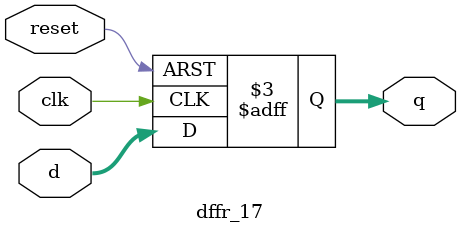
<source format=v>



module rfa (sum, g, p, a, b, cin);

   output sum;
   output g;
   output p;
   input a;
   input b;
   input cin;

   xor x1(sum, a, b, cin);
   and a1(g, a, b);
   or  o1(p, a, b);
   
endmodule


//17-bit Register with reset

module dffr_17 (q, d, clk, reset);

   output [16:0] q;
   input  [16:0] d;
   input  clk, reset;
   
   reg [16:0] q;
   
   always @ (posedge clk or negedge reset) 
      if (reset == 0)
         q <= 0; 
      else
         q <= d;

endmodule

</source>
